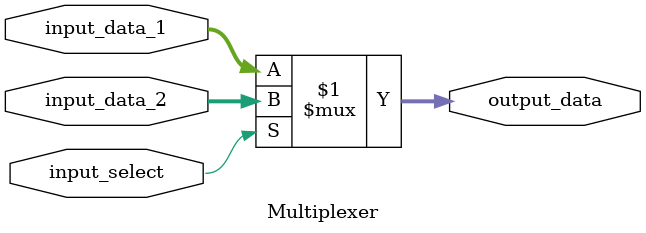
<source format=v>
module Multiplexer (input_data_1, input_data_2, input_select, output_data);

	input input_select;
	input [63:0] input_data_1, input_data_2;
	output[63:0] output_data;

	assign output_data = input_select ? input_data_2 : input_data_1;

endmodule
</source>
